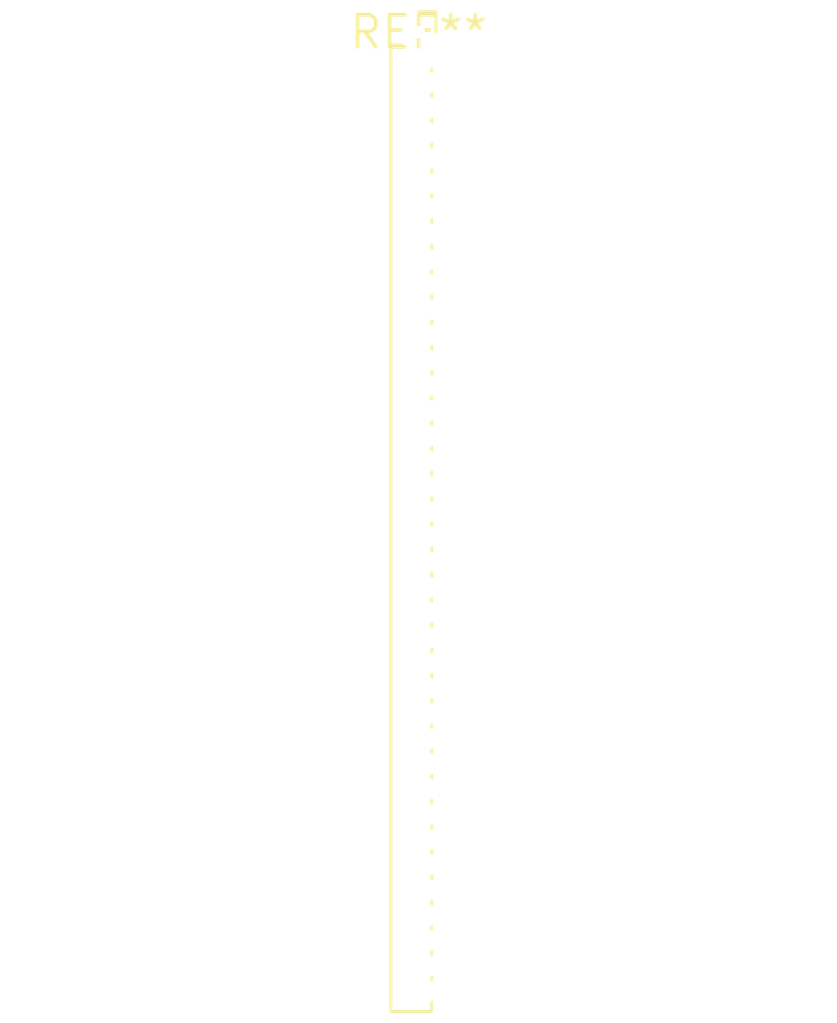
<source format=kicad_pcb>
(kicad_pcb (version 20240108) (generator pcbnew)
  (layers (0 "F.Cu" signal) (31 "B.Cu" signal) (34 "B.Paste" user) (35 "F.Paste" user) (36 "B.SilkS" user "B.Silkscreen") (37 "F.SilkS" user "F.Silkscreen") (38 "B.Mask" user) (39 "F.Mask" user) (44 "Edge.Cuts" user))
  (net 0 "")
  (footprint "PinSocket_1x39_P1.00mm_Vertical" (layer "F.Cu") (at 0 0)
    (property "Reference" "REF**")
    (property "Value" "PinSocket_1x39_P1.00mm_Vertical")
    (fp_line (start -1.1 0.5) (end -1.1 38.81) (layer "F.SilkS") (stroke (width 0.12)))
    (fp_line (start -1.1 0.5) (end -0.685 0.5) (layer "F.SilkS") (stroke (width 0.12)))
    (fp_line (start -1.1 38.81) (end 0.52 38.81) (layer "F.SilkS") (stroke (width 0.12)))
    (fp_line (start 0 -0.81) (end 0.685 -0.81) (layer "F.SilkS") (stroke (width 0.12)))
    (fp_line (start 0.52 1.445898) (end 0.52 1.554102) (layer "F.SilkS") (stroke (width 0.12)))
    (fp_line (start 0.52 2.445898) (end 0.52 2.554102) (layer "F.SilkS") (stroke (width 0.12)))
    (fp_line (start 0.52 3.445898) (end 0.52 3.554102) (layer "F.SilkS") (stroke (width 0.12)))
    (fp_line (start 0.52 4.445898) (end 0.52 4.554102) (layer "F.SilkS") (stroke (width 0.12)))
    (fp_line (start 0.52 5.445898) (end 0.52 5.554102) (layer "F.SilkS") (stroke (width 0.12)))
    (fp_line (start 0.52 6.445898) (end 0.52 6.554102) (layer "F.SilkS") (stroke (width 0.12)))
    (fp_line (start 0.52 7.445898) (end 0.52 7.554102) (layer "F.SilkS") (stroke (width 0.12)))
    (fp_line (start 0.52 8.445898) (end 0.52 8.554102) (layer "F.SilkS") (stroke (width 0.12)))
    (fp_line (start 0.52 9.445898) (end 0.52 9.554102) (layer "F.SilkS") (stroke (width 0.12)))
    (fp_line (start 0.52 10.445898) (end 0.52 10.554102) (layer "F.SilkS") (stroke (width 0.12)))
    (fp_line (start 0.52 11.445898) (end 0.52 11.554102) (layer "F.SilkS") (stroke (width 0.12)))
    (fp_line (start 0.52 12.445898) (end 0.52 12.554102) (layer "F.SilkS") (stroke (width 0.12)))
    (fp_line (start 0.52 13.445898) (end 0.52 13.554102) (layer "F.SilkS") (stroke (width 0.12)))
    (fp_line (start 0.52 14.445898) (end 0.52 14.554102) (layer "F.SilkS") (stroke (width 0.12)))
    (fp_line (start 0.52 15.445898) (end 0.52 15.554102) (layer "F.SilkS") (stroke (width 0.12)))
    (fp_line (start 0.52 16.445898) (end 0.52 16.554102) (layer "F.SilkS") (stroke (width 0.12)))
    (fp_line (start 0.52 17.445898) (end 0.52 17.554102) (layer "F.SilkS") (stroke (width 0.12)))
    (fp_line (start 0.52 18.445898) (end 0.52 18.554102) (layer "F.SilkS") (stroke (width 0.12)))
    (fp_line (start 0.52 19.445898) (end 0.52 19.554102) (layer "F.SilkS") (stroke (width 0.12)))
    (fp_line (start 0.52 20.445898) (end 0.52 20.554102) (layer "F.SilkS") (stroke (width 0.12)))
    (fp_line (start 0.52 21.445898) (end 0.52 21.554102) (layer "F.SilkS") (stroke (width 0.12)))
    (fp_line (start 0.52 22.445898) (end 0.52 22.554102) (layer "F.SilkS") (stroke (width 0.12)))
    (fp_line (start 0.52 23.445898) (end 0.52 23.554102) (layer "F.SilkS") (stroke (width 0.12)))
    (fp_line (start 0.52 24.445898) (end 0.52 24.554102) (layer "F.SilkS") (stroke (width 0.12)))
    (fp_line (start 0.52 25.445898) (end 0.52 25.554102) (layer "F.SilkS") (stroke (width 0.12)))
    (fp_line (start 0.52 26.445898) (end 0.52 26.554102) (layer "F.SilkS") (stroke (width 0.12)))
    (fp_line (start 0.52 27.445898) (end 0.52 27.554102) (layer "F.SilkS") (stroke (width 0.12)))
    (fp_line (start 0.52 28.445898) (end 0.52 28.554102) (layer "F.SilkS") (stroke (width 0.12)))
    (fp_line (start 0.52 29.445898) (end 0.52 29.554102) (layer "F.SilkS") (stroke (width 0.12)))
    (fp_line (start 0.52 30.445898) (end 0.52 30.554102) (layer "F.SilkS") (stroke (width 0.12)))
    (fp_line (start 0.52 31.445898) (end 0.52 31.554102) (layer "F.SilkS") (stroke (width 0.12)))
    (fp_line (start 0.52 32.445898) (end 0.52 32.554102) (layer "F.SilkS") (stroke (width 0.12)))
    (fp_line (start 0.52 33.445898) (end 0.52 33.554102) (layer "F.SilkS") (stroke (width 0.12)))
    (fp_line (start 0.52 34.445898) (end 0.52 34.554102) (layer "F.SilkS") (stroke (width 0.12)))
    (fp_line (start 0.52 35.445898) (end 0.52 35.554102) (layer "F.SilkS") (stroke (width 0.12)))
    (fp_line (start 0.52 36.445898) (end 0.52 36.554102) (layer "F.SilkS") (stroke (width 0.12)))
    (fp_line (start 0.52 37.445898) (end 0.52 37.554102) (layer "F.SilkS") (stroke (width 0.12)))
    (fp_line (start 0.52 38.445898) (end 0.52 38.81) (layer "F.SilkS") (stroke (width 0.12)))
    (fp_line (start 0.685 -0.81) (end 0.685 0) (layer "F.SilkS") (stroke (width 0.12)))
    (pad "1" thru_hole rect (at 0 0) (size 0.85 0.85) (drill 0.5) (layers *.Cu *.Mask) (remove_unused_layers))
    (pad "2" thru_hole oval (at 0 1) (size 0.85 0.85) (drill 0.5) (layers *.Cu *.Mask) (remove_unused_layers))
    (pad "3" thru_hole oval (at 0 2) (size 0.85 0.85) (drill 0.5) (layers *.Cu *.Mask) (remove_unused_layers))
    (pad "4" thru_hole oval (at 0 3) (size 0.85 0.85) (drill 0.5) (layers *.Cu *.Mask) (remove_unused_layers))
    (pad "5" thru_hole oval (at 0 4) (size 0.85 0.85) (drill 0.5) (layers *.Cu *.Mask) (remove_unused_layers))
    (pad "6" thru_hole oval (at 0 5) (size 0.85 0.85) (drill 0.5) (layers *.Cu *.Mask) (remove_unused_layers))
    (pad "7" thru_hole oval (at 0 6) (size 0.85 0.85) (drill 0.5) (layers *.Cu *.Mask) (remove_unused_layers))
    (pad "8" thru_hole oval (at 0 7) (size 0.85 0.85) (drill 0.5) (layers *.Cu *.Mask) (remove_unused_layers))
    (pad "9" thru_hole oval (at 0 8) (size 0.85 0.85) (drill 0.5) (layers *.Cu *.Mask) (remove_unused_layers))
    (pad "10" thru_hole oval (at 0 9) (size 0.85 0.85) (drill 0.5) (layers *.Cu *.Mask) (remove_unused_layers))
    (pad "11" thru_hole oval (at 0 10) (size 0.85 0.85) (drill 0.5) (layers *.Cu *.Mask) (remove_unused_layers))
    (pad "12" thru_hole oval (at 0 11) (size 0.85 0.85) (drill 0.5) (layers *.Cu *.Mask) (remove_unused_layers))
    (pad "13" thru_hole oval (at 0 12) (size 0.85 0.85) (drill 0.5) (layers *.Cu *.Mask) (remove_unused_layers))
    (pad "14" thru_hole oval (at 0 13) (size 0.85 0.85) (drill 0.5) (layers *.Cu *.Mask) (remove_unused_layers))
    (pad "15" thru_hole oval (at 0 14) (size 0.85 0.85) (drill 0.5) (layers *.Cu *.Mask) (remove_unused_layers))
    (pad "16" thru_hole oval (at 0 15) (size 0.85 0.85) (drill 0.5) (layers *.Cu *.Mask) (remove_unused_layers))
    (pad "17" thru_hole oval (at 0 16) (size 0.85 0.85) (drill 0.5) (layers *.Cu *.Mask) (remove_unused_layers))
    (pad "18" thru_hole oval (at 0 17) (size 0.85 0.85) (drill 0.5) (layers *.Cu *.Mask) (remove_unused_layers))
    (pad "19" thru_hole oval (at 0 18) (size 0.85 0.85) (drill 0.5) (layers *.Cu *.Mask) (remove_unused_layers))
    (pad "20" thru_hole oval (at 0 19) (size 0.85 0.85) (drill 0.5) (layers *.Cu *.Mask) (remove_unused_layers))
    (pad "21" thru_hole oval (at 0 20) (size 0.85 0.85) (drill 0.5) (layers *.Cu *.Mask) (remove_unused_layers))
    (pad "22" thru_hole oval (at 0 21) (size 0.85 0.85) (drill 0.5) (layers *.Cu *.Mask) (remove_unused_layers))
    (pad "23" thru_hole oval (at 0 22) (size 0.85 0.85) (drill 0.5) (layers *.Cu *.Mask) (remove_unused_layers))
    (pad "24" thru_hole oval (at 0 23) (size 0.85 0.85) (drill 0.5) (layers *.Cu *.Mask) (remove_unused_layers))
    (pad "25" thru_hole oval (at 0 24) (size 0.85 0.85) (drill 0.5) (layers *.Cu *.Mask) (remove_unused_layers))
    (pad "26" thru_hole oval (at 0 25) (size 0.85 0.85) (drill 0.5) (layers *.Cu *.Mask) (remove_unused_layers))
    (pad "27" thru_hole oval (at 0 26) (size 0.85 0.85) (drill 0.5) (layers *.Cu *.Mask) (remove_unused_layers))
    (pad "28" thru_hole oval (at 0 27) (size 0.85 0.85) (drill 0.5) (layers *.Cu *.Mask) (remove_unused_layers))
    (pad "29" thru_hole oval (at 0 28) (size 0.85 0.85) (drill 0.5) (layers *.Cu *.Mask) (remove_unused_layers))
    (pad "30" thru_hole oval (at 0 29) (size 0.85 0.85) (drill 0.5) (layers *.Cu *.Mask) (remove_unused_layers))
    (pad "31" thru_hole oval (at 0 30) (size 0.85 0.85) (drill 0.5) (layers *.Cu *.Mask) (remove_unused_layers))
    (pad "32" thru_hole oval (at 0 31) (size 0.85 0.85) (drill 0.5) (layers *.Cu *.Mask) (remove_unused_layers))
    (pad "33" thru_hole oval (at 0 32) (size 0.85 0.85) (drill 0.5) (layers *.Cu *.Mask) (remove_unused_layers))
    (pad "34" thru_hole oval (at 0 33) (size 0.85 0.85) (drill 0.5) (layers *.Cu *.Mask) (remove_unused_layers))
    (pad "35" thru_hole oval (at 0 34) (size 0.85 0.85) (drill 0.5) (layers *.Cu *.Mask) (remove_unused_layers))
    (pad "36" thru_hole oval (at 0 35) (size 0.85 0.85) (drill 0.5) (layers *.Cu *.Mask) (remove_unused_layers))
    (pad "37" thru_hole oval (at 0 36) (size 0.85 0.85) (drill 0.5) (layers *.Cu *.Mask) (remove_unused_layers))
    (pad "38" thru_hole oval (at 0 37) (size 0.85 0.85) (drill 0.5) (layers *.Cu *.Mask) (remove_unused_layers))
    (pad "39" thru_hole oval (at 0 38) (size 0.85 0.85) (drill 0.5) (layers *.Cu *.Mask) (remove_unused_layers))
  )
)
</source>
